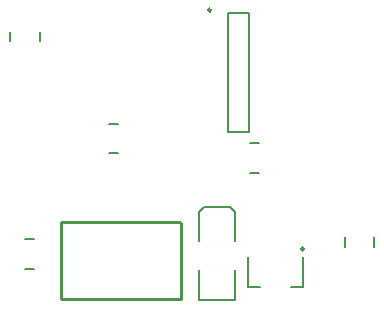
<source format=gto>
%FSLAX23Y23*%
%MOIN*%
G70*
G01*
G75*
G04:AMPARAMS|DCode=10|XSize=71mil|YSize=118mil|CornerRadius=0mil|HoleSize=0mil|Usage=FLASHONLY|Rotation=0.000|XOffset=0mil|YOffset=0mil|HoleType=Round|Shape=Octagon|*
%AMOCTAGOND10*
4,1,8,-0.018,0.059,0.018,0.059,0.035,0.041,0.035,-0.041,0.018,-0.059,-0.018,-0.059,-0.035,-0.041,-0.035,0.041,-0.018,0.059,0.0*
%
%ADD10OCTAGOND10*%

%ADD11R,0.020X0.047*%
%ADD12R,0.020X0.063*%
%ADD13R,0.031X0.035*%
%ADD14R,0.035X0.031*%
%ADD15R,0.051X0.106*%
%ADD16R,0.091X0.091*%
%ADD17R,0.106X0.051*%
%ADD18R,0.059X0.118*%
%ADD19R,0.039X0.118*%
%ADD20O,0.087X0.024*%
%ADD21C,0.010*%
%ADD22C,0.060*%
%ADD23C,0.039*%
%ADD24C,0.050*%
%ADD25C,0.031*%
%ADD26C,0.024*%
%ADD27C,0.010*%
%ADD28C,0.008*%
D21*
X255Y20D02*
Y275D01*
X650D01*
X655Y270D01*
Y20D02*
Y270D01*
X255Y20D02*
X655D01*
D27*
X1065Y187D02*
G03*
X1065Y187I-5J0D01*
G01*
X755Y983D02*
G03*
X755Y983I-5J0D01*
G01*
D28*
X879Y59D02*
X919D01*
X879D02*
Y161D01*
X1021Y59D02*
X1061D01*
Y161D01*
X884Y441D02*
X916D01*
X884Y539D02*
X916D01*
X414Y506D02*
X446D01*
X414Y604D02*
X446D01*
X836Y212D02*
Y309D01*
X714Y212D02*
Y309D01*
Y15D02*
Y118D01*
X836Y15D02*
Y118D01*
X732Y326D02*
X818D01*
X714Y309D02*
X732Y326D01*
X818D02*
X836Y309D01*
X714Y15D02*
X836D01*
X134Y219D02*
X166D01*
X134Y121D02*
X166D01*
X86Y879D02*
Y911D01*
X184Y879D02*
Y911D01*
X1299Y194D02*
Y226D01*
X1201Y194D02*
Y226D01*
X810Y578D02*
X880D01*
X810Y972D02*
X880D01*
Y578D02*
Y972D01*
X810Y578D02*
Y972D01*
M02*

</source>
